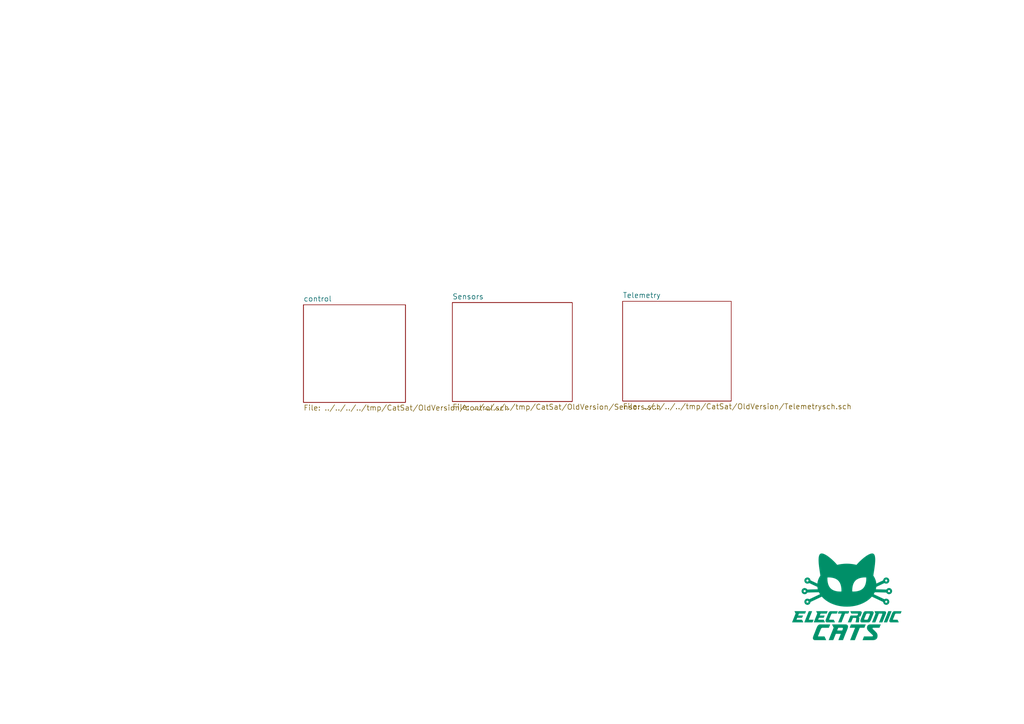
<source format=kicad_sch>
(kicad_sch (version 20230121) (generator eeschema)
  (paper "A4")
  (title_block (title "CatSat v1.0") (date "2016-08-10") (rev "0.2") (company "ElectronicCats") (comment 1 "Andres Sabas") (comment 2 "Eduardo Contreras"))
  (lib_symbols)
  (image (at 245.618 173.101))
  (sheet (at 88.011 88.392) (size 29.591 28.321)
    (property "Sheetname" "control" (at 88.011 87.5534 0) (effects (font (size 1.524 1.524)) (justify left bottom)))
    (property "Sheetfile" "../../../../tmp/CatSat/OldVersion/control.sch" (at 88.011 117.3992 0) (effects (font (size 1.524 1.524)) (justify left top)))
  )
  (sheet (at 180.594 87.376) (size 31.496 28.956)
    (property "Sheetname" "Telemetry" (at 180.594 86.5374 0) (effects (font (size 1.524 1.524)) (justify left bottom)))
    (property "Sheetfile" "../../../../tmp/CatSat/OldVersion/Telemetrysch.sch" (at 180.594 117.0182 0) (effects (font (size 1.524 1.524)) (justify left top)))
  )
  (sheet (at 131.191 87.757) (size 34.798 28.702)
    (property "Sheetname" "Sensors" (at 131.191 86.9184 0) (effects (font (size 1.524 1.524)) (justify left bottom)))
    (property "Sheetfile" "../../../../tmp/CatSat/OldVersion/Sensors.sch" (at 131.191 117.1452 0) (effects (font (size 1.524 1.524)) (justify left top)))
  )
)
</source>
